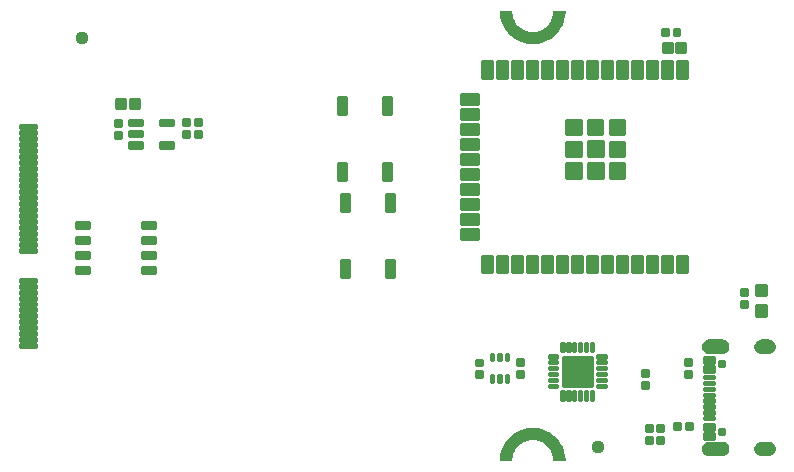
<source format=gts>
G04 EAGLE Gerber RS-274X export*
G75*
%MOMM*%
%FSLAX34Y34*%
%LPD*%
%INSoldermask Top*%
%IPPOS*%
%AMOC8*
5,1,8,0,0,1.08239X$1,22.5*%
G01*
%ADD10C,1.127000*%
%ADD11C,0.225369*%
%ADD12C,0.230578*%
%ADD13C,0.223409*%
%ADD14C,0.224709*%
%ADD15C,0.228959*%
%ADD16C,0.736600*%
%ADD17C,0.222250*%
%ADD18C,0.240928*%
%ADD19C,0.777000*%
%ADD20C,0.428259*%
%ADD21C,0.225938*%
%ADD22C,0.233119*%

G36*
X443813Y352691D02*
X443813Y352691D01*
X443823Y352695D01*
X443849Y352696D01*
X447683Y353530D01*
X447691Y353535D01*
X447717Y353540D01*
X451393Y354912D01*
X451401Y354917D01*
X451425Y354926D01*
X454869Y356807D01*
X454876Y356814D01*
X454899Y356826D01*
X458040Y359177D01*
X458046Y359185D01*
X458067Y359201D01*
X460841Y361975D01*
X460846Y361984D01*
X460865Y362002D01*
X463216Y365143D01*
X463219Y365152D01*
X463235Y365173D01*
X465116Y368617D01*
X465118Y368626D01*
X465130Y368649D01*
X466502Y372325D01*
X466502Y372335D01*
X466512Y372359D01*
X467346Y376193D01*
X467345Y376203D01*
X467351Y376229D01*
X467631Y380142D01*
X467625Y380168D01*
X467629Y380193D01*
X467611Y380235D01*
X467601Y380279D01*
X467583Y380297D01*
X467572Y380321D01*
X467534Y380346D01*
X467503Y380378D01*
X467477Y380384D01*
X467456Y380398D01*
X467382Y380409D01*
X457382Y380409D01*
X457375Y380407D01*
X457368Y380409D01*
X457309Y380388D01*
X457248Y380370D01*
X457243Y380365D01*
X457236Y380362D01*
X457198Y380312D01*
X457156Y380265D01*
X457155Y380258D01*
X457150Y380252D01*
X457134Y380180D01*
X456920Y377462D01*
X456288Y374829D01*
X455252Y372329D01*
X453838Y370021D01*
X452080Y367962D01*
X450021Y366204D01*
X447713Y364790D01*
X445213Y363754D01*
X442580Y363122D01*
X439882Y362910D01*
X437184Y363122D01*
X434551Y363754D01*
X432051Y364790D01*
X429743Y366204D01*
X427684Y367962D01*
X425926Y370021D01*
X424512Y372329D01*
X423476Y374829D01*
X422844Y377462D01*
X422630Y380180D01*
X422628Y380186D01*
X422629Y380193D01*
X422603Y380251D01*
X422581Y380310D01*
X422575Y380315D01*
X422572Y380321D01*
X422519Y380356D01*
X422469Y380394D01*
X422462Y380394D01*
X422456Y380398D01*
X422382Y380409D01*
X412382Y380409D01*
X412357Y380402D01*
X412331Y380404D01*
X412291Y380383D01*
X412248Y380370D01*
X412231Y380350D01*
X412208Y380338D01*
X412186Y380299D01*
X412156Y380265D01*
X412152Y380239D01*
X412139Y380216D01*
X412133Y380142D01*
X412413Y376229D01*
X412417Y376219D01*
X412418Y376193D01*
X413252Y372359D01*
X413257Y372351D01*
X413262Y372325D01*
X414634Y368649D01*
X414639Y368641D01*
X414648Y368617D01*
X416529Y365173D01*
X416536Y365166D01*
X416548Y365143D01*
X418899Y362002D01*
X418907Y361996D01*
X418923Y361975D01*
X421697Y359201D01*
X421706Y359196D01*
X421724Y359177D01*
X424865Y356826D01*
X424874Y356823D01*
X424895Y356807D01*
X428339Y354926D01*
X428348Y354924D01*
X428371Y354912D01*
X432047Y353540D01*
X432057Y353540D01*
X432081Y353530D01*
X435915Y352696D01*
X435925Y352697D01*
X435951Y352691D01*
X439864Y352411D01*
X439874Y352413D01*
X439900Y352411D01*
X443813Y352691D01*
G37*
G36*
X422389Y-87D02*
X422389Y-87D01*
X422396Y-89D01*
X422455Y-68D01*
X422516Y-50D01*
X422521Y-45D01*
X422528Y-42D01*
X422567Y8D01*
X422608Y55D01*
X422609Y62D01*
X422614Y68D01*
X422630Y140D01*
X422844Y2858D01*
X423476Y5491D01*
X424512Y7991D01*
X425926Y10299D01*
X427684Y12358D01*
X429743Y14116D01*
X432051Y15530D01*
X434551Y16566D01*
X437184Y17198D01*
X439882Y17410D01*
X442580Y17198D01*
X445213Y16566D01*
X447713Y15530D01*
X450021Y14116D01*
X452080Y12358D01*
X453838Y10299D01*
X455252Y7991D01*
X456288Y5491D01*
X456920Y2858D01*
X457134Y140D01*
X457136Y134D01*
X457135Y127D01*
X457161Y69D01*
X457183Y10D01*
X457189Y5D01*
X457192Y-1D01*
X457245Y-36D01*
X457295Y-74D01*
X457303Y-74D01*
X457309Y-78D01*
X457382Y-89D01*
X467382Y-89D01*
X467407Y-82D01*
X467433Y-84D01*
X467473Y-63D01*
X467516Y-50D01*
X467533Y-30D01*
X467556Y-18D01*
X467578Y21D01*
X467608Y55D01*
X467612Y81D01*
X467625Y104D01*
X467631Y178D01*
X467351Y4091D01*
X467347Y4101D01*
X467346Y4127D01*
X466512Y7961D01*
X466507Y7969D01*
X466502Y7995D01*
X465130Y11671D01*
X465125Y11679D01*
X465116Y11703D01*
X463235Y15147D01*
X463228Y15154D01*
X463216Y15177D01*
X460865Y18318D01*
X460857Y18324D01*
X460841Y18345D01*
X458067Y21119D01*
X458058Y21124D01*
X458040Y21143D01*
X454899Y23494D01*
X454890Y23497D01*
X454869Y23513D01*
X451425Y25394D01*
X451416Y25396D01*
X451393Y25408D01*
X447717Y26780D01*
X447707Y26780D01*
X447683Y26790D01*
X443849Y27624D01*
X443839Y27623D01*
X443813Y27629D01*
X439900Y27909D01*
X439890Y27907D01*
X439864Y27909D01*
X435951Y27629D01*
X435941Y27625D01*
X435915Y27624D01*
X432081Y26790D01*
X432073Y26785D01*
X432047Y26780D01*
X428371Y25408D01*
X428363Y25403D01*
X428339Y25394D01*
X424895Y23513D01*
X424888Y23506D01*
X424865Y23494D01*
X421724Y21143D01*
X421718Y21135D01*
X421697Y21119D01*
X418923Y18345D01*
X418918Y18336D01*
X418899Y18318D01*
X416548Y15177D01*
X416545Y15168D01*
X416529Y15147D01*
X414648Y11703D01*
X414646Y11694D01*
X414634Y11671D01*
X413262Y7995D01*
X413262Y7985D01*
X413252Y7961D01*
X412418Y4127D01*
X412419Y4117D01*
X412413Y4091D01*
X412133Y178D01*
X412139Y152D01*
X412135Y127D01*
X412153Y85D01*
X412163Y41D01*
X412181Y23D01*
X412192Y-1D01*
X412230Y-26D01*
X412261Y-58D01*
X412287Y-64D01*
X412309Y-78D01*
X412382Y-89D01*
X422382Y-89D01*
X422389Y-87D01*
G37*
G36*
X600675Y90494D02*
X600675Y90494D01*
X600678Y90491D01*
X601945Y90696D01*
X601951Y90702D01*
X601956Y90699D01*
X603145Y91181D01*
X603149Y91188D01*
X603155Y91186D01*
X604208Y91920D01*
X604210Y91928D01*
X604216Y91927D01*
X605079Y92877D01*
X605080Y92886D01*
X605085Y92886D01*
X605715Y94005D01*
X605714Y94013D01*
X605720Y94015D01*
X606085Y95245D01*
X606082Y95252D01*
X606086Y95255D01*
X606085Y95255D01*
X606087Y95256D01*
X606169Y96537D01*
X606167Y96541D01*
X606169Y96543D01*
X606087Y97824D01*
X606081Y97830D01*
X606085Y97835D01*
X605720Y99065D01*
X605713Y99070D01*
X605715Y99075D01*
X605085Y100194D01*
X605078Y100197D01*
X605079Y100203D01*
X604216Y101153D01*
X604208Y101154D01*
X604208Y101160D01*
X603155Y101894D01*
X603147Y101894D01*
X603145Y101899D01*
X601956Y102381D01*
X601948Y102379D01*
X601945Y102384D01*
X600678Y102589D01*
X600673Y102586D01*
X600670Y102589D01*
X588670Y102589D01*
X588666Y102586D01*
X588663Y102589D01*
X587541Y102434D01*
X587536Y102429D01*
X587532Y102432D01*
X586461Y102061D01*
X586457Y102055D01*
X586452Y102057D01*
X585475Y101484D01*
X585472Y101478D01*
X585467Y101479D01*
X584620Y100726D01*
X584618Y100719D01*
X584613Y100719D01*
X583929Y99816D01*
X583929Y99809D01*
X583924Y99808D01*
X583429Y98789D01*
X583431Y98782D01*
X583429Y98781D01*
X583426Y98780D01*
X583139Y97683D01*
X583142Y97677D01*
X583138Y97674D01*
X583071Y96543D01*
X583073Y96539D01*
X583071Y96537D01*
X583138Y95406D01*
X583143Y95401D01*
X583139Y95397D01*
X583426Y94300D01*
X583432Y94296D01*
X583429Y94291D01*
X583924Y93272D01*
X583930Y93269D01*
X583929Y93264D01*
X584613Y92361D01*
X584620Y92359D01*
X584620Y92354D01*
X585467Y91601D01*
X585474Y91601D01*
X585475Y91596D01*
X586452Y91023D01*
X586459Y91024D01*
X586461Y91019D01*
X587532Y90648D01*
X587538Y90651D01*
X587541Y90646D01*
X588663Y90491D01*
X588668Y90494D01*
X588670Y90491D01*
X600670Y90491D01*
X600675Y90494D01*
G37*
G36*
X600675Y4094D02*
X600675Y4094D01*
X600678Y4091D01*
X601945Y4296D01*
X601951Y4302D01*
X601956Y4299D01*
X603145Y4781D01*
X603149Y4788D01*
X603155Y4786D01*
X604208Y5520D01*
X604210Y5528D01*
X604216Y5527D01*
X605079Y6477D01*
X605080Y6486D01*
X605085Y6486D01*
X605715Y7605D01*
X605714Y7613D01*
X605720Y7615D01*
X606085Y8845D01*
X606082Y8852D01*
X606086Y8855D01*
X606085Y8855D01*
X606087Y8856D01*
X606169Y10137D01*
X606167Y10141D01*
X606169Y10143D01*
X606087Y11424D01*
X606081Y11430D01*
X606085Y11435D01*
X605720Y12665D01*
X605713Y12670D01*
X605715Y12675D01*
X605085Y13794D01*
X605078Y13797D01*
X605079Y13803D01*
X604216Y14753D01*
X604208Y14754D01*
X604208Y14760D01*
X603155Y15494D01*
X603147Y15494D01*
X603145Y15499D01*
X601956Y15981D01*
X601948Y15979D01*
X601945Y15984D01*
X600678Y16189D01*
X600673Y16186D01*
X600670Y16189D01*
X588670Y16189D01*
X588666Y16186D01*
X588663Y16189D01*
X587541Y16034D01*
X587536Y16029D01*
X587532Y16032D01*
X586461Y15661D01*
X586457Y15655D01*
X586452Y15657D01*
X585475Y15084D01*
X585472Y15078D01*
X585467Y15079D01*
X584620Y14326D01*
X584618Y14319D01*
X584613Y14319D01*
X583929Y13416D01*
X583929Y13409D01*
X583924Y13408D01*
X583429Y12389D01*
X583431Y12382D01*
X583429Y12381D01*
X583426Y12380D01*
X583139Y11283D01*
X583142Y11277D01*
X583138Y11274D01*
X583071Y10143D01*
X583073Y10139D01*
X583071Y10137D01*
X583138Y9006D01*
X583143Y9001D01*
X583139Y8997D01*
X583426Y7900D01*
X583432Y7896D01*
X583429Y7891D01*
X583924Y6872D01*
X583930Y6869D01*
X583929Y6864D01*
X584613Y5961D01*
X584620Y5959D01*
X584620Y5954D01*
X585467Y5201D01*
X585474Y5201D01*
X585475Y5196D01*
X586452Y4623D01*
X586459Y4624D01*
X586461Y4619D01*
X587532Y4248D01*
X587538Y4251D01*
X587541Y4246D01*
X588663Y4091D01*
X588668Y4094D01*
X588670Y4091D01*
X600670Y4091D01*
X600675Y4094D01*
G37*
G36*
X639474Y90493D02*
X639474Y90493D01*
X639476Y90491D01*
X640805Y90646D01*
X640811Y90652D01*
X640815Y90649D01*
X642076Y91096D01*
X642081Y91103D01*
X642086Y91101D01*
X643216Y91818D01*
X643219Y91825D01*
X643225Y91824D01*
X644167Y92775D01*
X644168Y92783D01*
X644174Y92783D01*
X644881Y93919D01*
X644881Y93924D01*
X644882Y93925D01*
X644881Y93927D01*
X644886Y93929D01*
X645322Y95194D01*
X645320Y95202D01*
X645325Y95205D01*
X645469Y96535D01*
X645465Y96541D01*
X645469Y96545D01*
X645359Y97711D01*
X645354Y97716D01*
X645357Y97720D01*
X645022Y98843D01*
X645016Y98847D01*
X645018Y98851D01*
X644470Y99887D01*
X644464Y99890D01*
X644465Y99895D01*
X643726Y100803D01*
X643719Y100805D01*
X643719Y100810D01*
X642817Y101557D01*
X642810Y101557D01*
X642809Y101563D01*
X641778Y102119D01*
X641771Y102118D01*
X641769Y102123D01*
X640650Y102467D01*
X640643Y102465D01*
X640640Y102469D01*
X639475Y102589D01*
X639472Y102587D01*
X639470Y102589D01*
X633470Y102589D01*
X633467Y102587D01*
X633465Y102589D01*
X632289Y102478D01*
X632284Y102473D01*
X632280Y102476D01*
X631148Y102138D01*
X631144Y102132D01*
X631139Y102134D01*
X630095Y101582D01*
X630092Y101575D01*
X630087Y101577D01*
X629171Y100831D01*
X629170Y100824D01*
X629164Y100824D01*
X628411Y99915D01*
X628411Y99907D01*
X628406Y99907D01*
X627845Y98867D01*
X627846Y98860D01*
X627841Y98858D01*
X627494Y97729D01*
X627496Y97723D01*
X627492Y97720D01*
X627371Y96545D01*
X627375Y96538D01*
X627371Y96534D01*
X627528Y95194D01*
X627533Y95188D01*
X627530Y95183D01*
X627981Y93912D01*
X627988Y93907D01*
X627986Y93902D01*
X628708Y92763D01*
X628716Y92760D01*
X628715Y92754D01*
X629673Y91804D01*
X629681Y91803D01*
X629682Y91797D01*
X630827Y91084D01*
X630836Y91085D01*
X630837Y91079D01*
X632113Y90639D01*
X632120Y90641D01*
X632122Y90639D01*
X632123Y90637D01*
X633465Y90491D01*
X633468Y90493D01*
X633470Y90491D01*
X639470Y90491D01*
X639474Y90493D01*
G37*
G36*
X639474Y4093D02*
X639474Y4093D01*
X639476Y4091D01*
X640805Y4246D01*
X640811Y4252D01*
X640815Y4249D01*
X642076Y4696D01*
X642081Y4703D01*
X642086Y4701D01*
X643216Y5418D01*
X643219Y5425D01*
X643225Y5424D01*
X644167Y6375D01*
X644168Y6383D01*
X644174Y6383D01*
X644881Y7519D01*
X644881Y7524D01*
X644882Y7525D01*
X644881Y7527D01*
X644886Y7529D01*
X645322Y8794D01*
X645320Y8802D01*
X645325Y8805D01*
X645469Y10135D01*
X645465Y10141D01*
X645469Y10145D01*
X645359Y11311D01*
X645354Y11316D01*
X645357Y11320D01*
X645022Y12443D01*
X645016Y12447D01*
X645018Y12451D01*
X644470Y13487D01*
X644464Y13490D01*
X644465Y13495D01*
X643726Y14403D01*
X643719Y14405D01*
X643719Y14410D01*
X642817Y15157D01*
X642810Y15157D01*
X642809Y15163D01*
X641778Y15719D01*
X641771Y15718D01*
X641769Y15723D01*
X640650Y16067D01*
X640643Y16065D01*
X640640Y16069D01*
X639475Y16189D01*
X639472Y16187D01*
X639470Y16189D01*
X633470Y16189D01*
X633467Y16187D01*
X633465Y16189D01*
X632289Y16078D01*
X632284Y16073D01*
X632280Y16076D01*
X631148Y15738D01*
X631144Y15732D01*
X631139Y15734D01*
X630095Y15182D01*
X630092Y15175D01*
X630087Y15177D01*
X629171Y14431D01*
X629170Y14424D01*
X629164Y14424D01*
X628411Y13515D01*
X628411Y13507D01*
X628406Y13507D01*
X627845Y12467D01*
X627846Y12460D01*
X627841Y12458D01*
X627494Y11329D01*
X627496Y11323D01*
X627492Y11320D01*
X627371Y10145D01*
X627375Y10138D01*
X627371Y10134D01*
X627528Y8794D01*
X627533Y8788D01*
X627530Y8783D01*
X627981Y7512D01*
X627988Y7507D01*
X627986Y7502D01*
X628708Y6363D01*
X628716Y6360D01*
X628715Y6354D01*
X629673Y5404D01*
X629681Y5403D01*
X629682Y5397D01*
X630827Y4684D01*
X630836Y4685D01*
X630837Y4679D01*
X632113Y4239D01*
X632120Y4241D01*
X632122Y4239D01*
X632123Y4237D01*
X633465Y4091D01*
X633468Y4093D01*
X633470Y4091D01*
X639470Y4091D01*
X639474Y4093D01*
G37*
D10*
X58420Y358140D03*
X495046Y11176D03*
D11*
X396716Y70567D02*
X396716Y75583D01*
X396716Y70567D02*
X391700Y70567D01*
X391700Y75583D01*
X396716Y75583D01*
X396716Y72708D02*
X391700Y72708D01*
X391700Y74849D02*
X396716Y74849D01*
X396716Y80567D02*
X396716Y85583D01*
X396716Y80567D02*
X391700Y80567D01*
X391700Y85583D01*
X396716Y85583D01*
X396716Y82708D02*
X391700Y82708D01*
X391700Y84849D02*
X396716Y84849D01*
X426752Y85837D02*
X426752Y80821D01*
X426752Y85837D02*
X431768Y85837D01*
X431768Y80821D01*
X426752Y80821D01*
X426752Y82962D02*
X431768Y82962D01*
X431768Y85103D02*
X426752Y85103D01*
X426752Y75837D02*
X426752Y70821D01*
X426752Y75837D02*
X431768Y75837D01*
X431768Y70821D01*
X426752Y70821D01*
X426752Y72962D02*
X431768Y72962D01*
X431768Y75103D02*
X426752Y75103D01*
D12*
X419216Y85101D02*
X417252Y85101D01*
X417252Y90665D01*
X419216Y90665D01*
X419216Y85101D01*
X419216Y87292D02*
X417252Y87292D01*
X417252Y89483D02*
X419216Y89483D01*
X412716Y72265D02*
X410752Y72265D01*
X412716Y72265D02*
X412716Y66701D01*
X410752Y66701D01*
X410752Y72265D01*
X410752Y68892D02*
X412716Y68892D01*
X412716Y71083D02*
X410752Y71083D01*
X406216Y72265D02*
X404252Y72265D01*
X406216Y72265D02*
X406216Y66701D01*
X404252Y66701D01*
X404252Y72265D01*
X404252Y68892D02*
X406216Y68892D01*
X406216Y71083D02*
X404252Y71083D01*
X417252Y72265D02*
X419216Y72265D01*
X419216Y66701D01*
X417252Y66701D01*
X417252Y72265D01*
X417252Y68892D02*
X419216Y68892D01*
X419216Y71083D02*
X417252Y71083D01*
X412716Y85101D02*
X410752Y85101D01*
X410752Y90665D01*
X412716Y90665D01*
X412716Y85101D01*
X412716Y87292D02*
X410752Y87292D01*
X410752Y89483D02*
X412716Y89483D01*
X406216Y85101D02*
X404252Y85101D01*
X404252Y90665D01*
X406216Y90665D01*
X406216Y85101D01*
X406216Y87292D02*
X404252Y87292D01*
X404252Y89483D02*
X406216Y89483D01*
D11*
X153702Y284432D02*
X153702Y289448D01*
X158718Y289448D01*
X158718Y284432D01*
X153702Y284432D01*
X153702Y286573D02*
X158718Y286573D01*
X158718Y288714D02*
X153702Y288714D01*
X153702Y279448D02*
X153702Y274432D01*
X153702Y279448D02*
X158718Y279448D01*
X158718Y274432D01*
X153702Y274432D01*
X153702Y276573D02*
X158718Y276573D01*
X158718Y278714D02*
X153702Y278714D01*
X148558Y279448D02*
X148558Y274432D01*
X143542Y274432D01*
X143542Y279448D01*
X148558Y279448D01*
X148558Y276573D02*
X143542Y276573D01*
X143542Y278714D02*
X148558Y278714D01*
X148558Y284432D02*
X148558Y289448D01*
X148558Y284432D02*
X143542Y284432D01*
X143542Y289448D01*
X148558Y289448D01*
X148558Y286573D02*
X143542Y286573D01*
X143542Y288714D02*
X148558Y288714D01*
D13*
X98321Y288628D02*
X98321Y284092D01*
X98321Y288628D02*
X109357Y288628D01*
X109357Y284092D01*
X98321Y284092D01*
X98321Y286214D02*
X109357Y286214D01*
X109357Y288336D02*
X98321Y288336D01*
X98321Y279128D02*
X98321Y274592D01*
X98321Y279128D02*
X109357Y279128D01*
X109357Y274592D01*
X98321Y274592D01*
X98321Y276714D02*
X109357Y276714D01*
X109357Y278836D02*
X98321Y278836D01*
X98321Y269628D02*
X98321Y265092D01*
X98321Y269628D02*
X109357Y269628D01*
X109357Y265092D01*
X98321Y265092D01*
X98321Y267214D02*
X109357Y267214D01*
X109357Y269336D02*
X98321Y269336D01*
X124323Y269628D02*
X124323Y265092D01*
X124323Y269628D02*
X135359Y269628D01*
X135359Y265092D01*
X124323Y265092D01*
X124323Y267214D02*
X135359Y267214D01*
X135359Y269336D02*
X124323Y269336D01*
X124323Y284092D02*
X124323Y288628D01*
X135359Y288628D01*
X135359Y284092D01*
X124323Y284092D01*
X124323Y286214D02*
X135359Y286214D01*
X135359Y288336D02*
X124323Y288336D01*
D11*
X86392Y288178D02*
X86392Y283162D01*
X86392Y288178D02*
X91408Y288178D01*
X91408Y283162D01*
X86392Y283162D01*
X86392Y285303D02*
X91408Y285303D01*
X91408Y287444D02*
X86392Y287444D01*
X86392Y278178D02*
X86392Y273162D01*
X86392Y278178D02*
X91408Y278178D01*
X91408Y273162D01*
X86392Y273162D01*
X86392Y275303D02*
X91408Y275303D01*
X91408Y277444D02*
X86392Y277444D01*
D14*
X98558Y306272D02*
X106082Y306272D01*
X106082Y298248D01*
X98558Y298248D01*
X98558Y306272D01*
X98558Y300383D02*
X106082Y300383D01*
X106082Y302518D02*
X98558Y302518D01*
X98558Y304653D02*
X106082Y304653D01*
X94482Y306272D02*
X86958Y306272D01*
X94482Y306272D02*
X94482Y298248D01*
X86958Y298248D01*
X86958Y306272D01*
X86958Y300383D02*
X94482Y300383D01*
X94482Y302518D02*
X86958Y302518D01*
X86958Y304653D02*
X94482Y304653D01*
D15*
X19372Y98900D02*
X19372Y96420D01*
X5892Y96420D01*
X5892Y98900D01*
X19372Y98900D01*
X19372Y98595D02*
X5892Y98595D01*
X19372Y101420D02*
X19372Y103900D01*
X19372Y101420D02*
X5892Y101420D01*
X5892Y103900D01*
X19372Y103900D01*
X19372Y103595D02*
X5892Y103595D01*
X19372Y106420D02*
X19372Y108900D01*
X19372Y106420D02*
X5892Y106420D01*
X5892Y108900D01*
X19372Y108900D01*
X19372Y108595D02*
X5892Y108595D01*
X19372Y111420D02*
X19372Y113900D01*
X19372Y111420D02*
X5892Y111420D01*
X5892Y113900D01*
X19372Y113900D01*
X19372Y113595D02*
X5892Y113595D01*
X19372Y116420D02*
X19372Y118900D01*
X19372Y116420D02*
X5892Y116420D01*
X5892Y118900D01*
X19372Y118900D01*
X19372Y118595D02*
X5892Y118595D01*
X19372Y121420D02*
X19372Y123900D01*
X19372Y121420D02*
X5892Y121420D01*
X5892Y123900D01*
X19372Y123900D01*
X19372Y123595D02*
X5892Y123595D01*
X19372Y126420D02*
X19372Y128900D01*
X19372Y126420D02*
X5892Y126420D01*
X5892Y128900D01*
X19372Y128900D01*
X19372Y128595D02*
X5892Y128595D01*
X19372Y131420D02*
X19372Y133900D01*
X19372Y131420D02*
X5892Y131420D01*
X5892Y133900D01*
X19372Y133900D01*
X19372Y133595D02*
X5892Y133595D01*
X19372Y136420D02*
X19372Y138900D01*
X19372Y136420D02*
X5892Y136420D01*
X5892Y138900D01*
X19372Y138900D01*
X19372Y138595D02*
X5892Y138595D01*
X19372Y141420D02*
X19372Y143900D01*
X19372Y141420D02*
X5892Y141420D01*
X5892Y143900D01*
X19372Y143900D01*
X19372Y143595D02*
X5892Y143595D01*
X19372Y146420D02*
X19372Y148900D01*
X19372Y146420D02*
X5892Y146420D01*
X5892Y148900D01*
X19372Y148900D01*
X19372Y148595D02*
X5892Y148595D01*
X19372Y151420D02*
X19372Y153900D01*
X19372Y151420D02*
X5892Y151420D01*
X5892Y153900D01*
X19372Y153900D01*
X19372Y153595D02*
X5892Y153595D01*
X19372Y176420D02*
X19372Y178900D01*
X19372Y176420D02*
X5892Y176420D01*
X5892Y178900D01*
X19372Y178900D01*
X19372Y178595D02*
X5892Y178595D01*
X19372Y181420D02*
X19372Y183900D01*
X19372Y181420D02*
X5892Y181420D01*
X5892Y183900D01*
X19372Y183900D01*
X19372Y183595D02*
X5892Y183595D01*
X19372Y186420D02*
X19372Y188900D01*
X19372Y186420D02*
X5892Y186420D01*
X5892Y188900D01*
X19372Y188900D01*
X19372Y188595D02*
X5892Y188595D01*
X19372Y191420D02*
X19372Y193900D01*
X19372Y191420D02*
X5892Y191420D01*
X5892Y193900D01*
X19372Y193900D01*
X19372Y193595D02*
X5892Y193595D01*
X19372Y196420D02*
X19372Y198900D01*
X19372Y196420D02*
X5892Y196420D01*
X5892Y198900D01*
X19372Y198900D01*
X19372Y198595D02*
X5892Y198595D01*
X19372Y201420D02*
X19372Y203900D01*
X19372Y201420D02*
X5892Y201420D01*
X5892Y203900D01*
X19372Y203900D01*
X19372Y203595D02*
X5892Y203595D01*
X19372Y206420D02*
X19372Y208900D01*
X19372Y206420D02*
X5892Y206420D01*
X5892Y208900D01*
X19372Y208900D01*
X19372Y208595D02*
X5892Y208595D01*
X19372Y211420D02*
X19372Y213900D01*
X19372Y211420D02*
X5892Y211420D01*
X5892Y213900D01*
X19372Y213900D01*
X19372Y213595D02*
X5892Y213595D01*
X19372Y216420D02*
X19372Y218900D01*
X19372Y216420D02*
X5892Y216420D01*
X5892Y218900D01*
X19372Y218900D01*
X19372Y218595D02*
X5892Y218595D01*
X19372Y221420D02*
X19372Y223900D01*
X19372Y221420D02*
X5892Y221420D01*
X5892Y223900D01*
X19372Y223900D01*
X19372Y223595D02*
X5892Y223595D01*
X19372Y226420D02*
X19372Y228900D01*
X19372Y226420D02*
X5892Y226420D01*
X5892Y228900D01*
X19372Y228900D01*
X19372Y228595D02*
X5892Y228595D01*
X19372Y231420D02*
X19372Y233900D01*
X19372Y231420D02*
X5892Y231420D01*
X5892Y233900D01*
X19372Y233900D01*
X19372Y233595D02*
X5892Y233595D01*
X19372Y236420D02*
X19372Y238900D01*
X19372Y236420D02*
X5892Y236420D01*
X5892Y238900D01*
X19372Y238900D01*
X19372Y238595D02*
X5892Y238595D01*
X19372Y241420D02*
X19372Y243900D01*
X19372Y241420D02*
X5892Y241420D01*
X5892Y243900D01*
X19372Y243900D01*
X19372Y243595D02*
X5892Y243595D01*
X19372Y246420D02*
X19372Y248900D01*
X19372Y246420D02*
X5892Y246420D01*
X5892Y248900D01*
X19372Y248900D01*
X19372Y248595D02*
X5892Y248595D01*
X19372Y251420D02*
X19372Y253900D01*
X19372Y251420D02*
X5892Y251420D01*
X5892Y253900D01*
X19372Y253900D01*
X19372Y253595D02*
X5892Y253595D01*
X19372Y256420D02*
X19372Y258900D01*
X19372Y256420D02*
X5892Y256420D01*
X5892Y258900D01*
X19372Y258900D01*
X19372Y258595D02*
X5892Y258595D01*
X19372Y261420D02*
X19372Y263900D01*
X19372Y261420D02*
X5892Y261420D01*
X5892Y263900D01*
X19372Y263900D01*
X19372Y263595D02*
X5892Y263595D01*
X19372Y266420D02*
X19372Y268900D01*
X19372Y266420D02*
X5892Y266420D01*
X5892Y268900D01*
X19372Y268900D01*
X19372Y268595D02*
X5892Y268595D01*
X19372Y271420D02*
X19372Y273900D01*
X19372Y271420D02*
X5892Y271420D01*
X5892Y273900D01*
X19372Y273900D01*
X19372Y273595D02*
X5892Y273595D01*
X19372Y276420D02*
X19372Y278900D01*
X19372Y276420D02*
X5892Y276420D01*
X5892Y278900D01*
X19372Y278900D01*
X19372Y278595D02*
X5892Y278595D01*
X19372Y281420D02*
X19372Y283900D01*
X19372Y281420D02*
X5892Y281420D01*
X5892Y283900D01*
X19372Y283900D01*
X19372Y283595D02*
X5892Y283595D01*
D16*
X460882Y10160D03*
X418882Y10160D03*
X439882Y23160D03*
X418882Y370160D03*
X460882Y370160D03*
X439882Y357160D03*
D11*
X559006Y365220D02*
X564022Y365220D01*
X564022Y360204D01*
X559006Y360204D01*
X559006Y365220D01*
X559006Y362345D02*
X564022Y362345D01*
X564022Y364486D02*
X559006Y364486D01*
X554022Y365220D02*
X549006Y365220D01*
X554022Y365220D02*
X554022Y360204D01*
X549006Y360204D01*
X549006Y365220D01*
X549006Y362345D02*
X554022Y362345D01*
X554022Y364486D02*
X549006Y364486D01*
D17*
X322104Y211296D02*
X315436Y211296D01*
X315436Y225584D01*
X322104Y225584D01*
X322104Y211296D01*
X322104Y213408D02*
X315436Y213408D01*
X315436Y215520D02*
X322104Y215520D01*
X322104Y217632D02*
X315436Y217632D01*
X315436Y219744D02*
X322104Y219744D01*
X322104Y221856D02*
X315436Y221856D01*
X315436Y223968D02*
X322104Y223968D01*
X322104Y155416D02*
X315436Y155416D01*
X315436Y169704D01*
X322104Y169704D01*
X322104Y155416D01*
X322104Y157528D02*
X315436Y157528D01*
X315436Y159640D02*
X322104Y159640D01*
X322104Y161752D02*
X315436Y161752D01*
X315436Y163864D02*
X322104Y163864D01*
X322104Y165976D02*
X315436Y165976D01*
X315436Y168088D02*
X322104Y168088D01*
X284004Y211296D02*
X277336Y211296D01*
X277336Y225584D01*
X284004Y225584D01*
X284004Y211296D01*
X284004Y213408D02*
X277336Y213408D01*
X277336Y215520D02*
X284004Y215520D01*
X284004Y217632D02*
X277336Y217632D01*
X277336Y219744D02*
X284004Y219744D01*
X284004Y221856D02*
X277336Y221856D01*
X277336Y223968D02*
X284004Y223968D01*
X284004Y155416D02*
X277336Y155416D01*
X277336Y169704D01*
X284004Y169704D01*
X284004Y155416D01*
X284004Y157528D02*
X277336Y157528D01*
X277336Y159640D02*
X284004Y159640D01*
X284004Y161752D02*
X277336Y161752D01*
X277336Y163864D02*
X284004Y163864D01*
X284004Y165976D02*
X277336Y165976D01*
X277336Y168088D02*
X284004Y168088D01*
D12*
X453214Y64248D02*
X453214Y62284D01*
X453214Y64248D02*
X460678Y64248D01*
X460678Y62284D01*
X453214Y62284D01*
X453214Y67284D02*
X453214Y69248D01*
X460678Y69248D01*
X460678Y67284D01*
X453214Y67284D01*
X453214Y72284D02*
X453214Y74248D01*
X460678Y74248D01*
X460678Y72284D01*
X453214Y72284D01*
X453214Y77284D02*
X453214Y79248D01*
X460678Y79248D01*
X460678Y77284D01*
X453214Y77284D01*
X453214Y82284D02*
X453214Y84248D01*
X460678Y84248D01*
X460678Y82284D01*
X453214Y82284D01*
X453214Y87284D02*
X453214Y89248D01*
X460678Y89248D01*
X460678Y87284D01*
X453214Y87284D01*
X463964Y99998D02*
X465928Y99998D01*
X465928Y92534D01*
X463964Y92534D01*
X463964Y99998D01*
X463964Y94725D02*
X465928Y94725D01*
X465928Y96916D02*
X463964Y96916D01*
X463964Y99107D02*
X465928Y99107D01*
X468964Y99998D02*
X470928Y99998D01*
X470928Y92534D01*
X468964Y92534D01*
X468964Y99998D01*
X468964Y94725D02*
X470928Y94725D01*
X470928Y96916D02*
X468964Y96916D01*
X468964Y99107D02*
X470928Y99107D01*
X473964Y99998D02*
X475928Y99998D01*
X475928Y92534D01*
X473964Y92534D01*
X473964Y99998D01*
X473964Y94725D02*
X475928Y94725D01*
X475928Y96916D02*
X473964Y96916D01*
X473964Y99107D02*
X475928Y99107D01*
X478964Y99998D02*
X480928Y99998D01*
X480928Y92534D01*
X478964Y92534D01*
X478964Y99998D01*
X478964Y94725D02*
X480928Y94725D01*
X480928Y96916D02*
X478964Y96916D01*
X478964Y99107D02*
X480928Y99107D01*
X483964Y99998D02*
X485928Y99998D01*
X485928Y92534D01*
X483964Y92534D01*
X483964Y99998D01*
X483964Y94725D02*
X485928Y94725D01*
X485928Y96916D02*
X483964Y96916D01*
X483964Y99107D02*
X485928Y99107D01*
X488964Y99998D02*
X490928Y99998D01*
X490928Y92534D01*
X488964Y92534D01*
X488964Y99998D01*
X488964Y94725D02*
X490928Y94725D01*
X490928Y96916D02*
X488964Y96916D01*
X488964Y99107D02*
X490928Y99107D01*
X490928Y51534D02*
X488964Y51534D01*
X488964Y58998D01*
X490928Y58998D01*
X490928Y51534D01*
X490928Y53725D02*
X488964Y53725D01*
X488964Y55916D02*
X490928Y55916D01*
X490928Y58107D02*
X488964Y58107D01*
X485928Y51534D02*
X483964Y51534D01*
X483964Y58998D01*
X485928Y58998D01*
X485928Y51534D01*
X485928Y53725D02*
X483964Y53725D01*
X483964Y55916D02*
X485928Y55916D01*
X485928Y58107D02*
X483964Y58107D01*
X480928Y51534D02*
X478964Y51534D01*
X478964Y58998D01*
X480928Y58998D01*
X480928Y51534D01*
X480928Y53725D02*
X478964Y53725D01*
X478964Y55916D02*
X480928Y55916D01*
X480928Y58107D02*
X478964Y58107D01*
X475928Y51534D02*
X473964Y51534D01*
X473964Y58998D01*
X475928Y58998D01*
X475928Y51534D01*
X475928Y53725D02*
X473964Y53725D01*
X473964Y55916D02*
X475928Y55916D01*
X475928Y58107D02*
X473964Y58107D01*
X470928Y51534D02*
X468964Y51534D01*
X468964Y58998D01*
X470928Y58998D01*
X470928Y51534D01*
X470928Y53725D02*
X468964Y53725D01*
X468964Y55916D02*
X470928Y55916D01*
X470928Y58107D02*
X468964Y58107D01*
X465928Y51534D02*
X463964Y51534D01*
X463964Y58998D01*
X465928Y58998D01*
X465928Y51534D01*
X465928Y53725D02*
X463964Y53725D01*
X463964Y55916D02*
X465928Y55916D01*
X465928Y58107D02*
X463964Y58107D01*
X501678Y87284D02*
X501678Y89248D01*
X501678Y87284D02*
X494214Y87284D01*
X494214Y89248D01*
X501678Y89248D01*
X501678Y84248D02*
X501678Y82284D01*
X494214Y82284D01*
X494214Y84248D01*
X501678Y84248D01*
X501678Y79248D02*
X501678Y77284D01*
X494214Y77284D01*
X494214Y79248D01*
X501678Y79248D01*
X501678Y74248D02*
X501678Y72284D01*
X494214Y72284D01*
X494214Y74248D01*
X501678Y74248D01*
X501678Y69248D02*
X501678Y67284D01*
X494214Y67284D01*
X494214Y69248D01*
X501678Y69248D01*
X501678Y64248D02*
X501678Y62284D01*
X494214Y62284D01*
X494214Y64248D01*
X501678Y64248D01*
D18*
X489627Y63585D02*
X489627Y87947D01*
X489627Y63585D02*
X465265Y63585D01*
X465265Y87947D01*
X489627Y87947D01*
X489627Y65874D02*
X465265Y65874D01*
X465265Y68163D02*
X489627Y68163D01*
X489627Y70452D02*
X465265Y70452D01*
X465265Y72741D02*
X489627Y72741D01*
X489627Y75030D02*
X465265Y75030D01*
X465265Y77319D02*
X489627Y77319D01*
X489627Y79608D02*
X465265Y79608D01*
X465265Y81897D02*
X489627Y81897D01*
X489627Y84186D02*
X465265Y84186D01*
X465265Y86475D02*
X489627Y86475D01*
D11*
X532162Y76596D02*
X532162Y71580D01*
X532162Y76596D02*
X537178Y76596D01*
X537178Y71580D01*
X532162Y71580D01*
X532162Y73721D02*
X537178Y73721D01*
X537178Y75862D02*
X532162Y75862D01*
X532162Y66596D02*
X532162Y61580D01*
X532162Y66596D02*
X537178Y66596D01*
X537178Y61580D01*
X532162Y61580D01*
X532162Y63721D02*
X537178Y63721D01*
X537178Y65862D02*
X532162Y65862D01*
D12*
X593352Y61822D02*
X593352Y59858D01*
X584388Y59858D01*
X584388Y61822D01*
X593352Y61822D01*
X593352Y56822D02*
X593352Y54858D01*
X584388Y54858D01*
X584388Y56822D01*
X593352Y56822D01*
D11*
X593378Y83082D02*
X593378Y88098D01*
X593378Y83082D02*
X584362Y83082D01*
X584362Y88098D01*
X593378Y88098D01*
X593378Y85223D02*
X584362Y85223D01*
X584362Y87364D02*
X593378Y87364D01*
X593378Y80348D02*
X593378Y75332D01*
X584362Y75332D01*
X584362Y80348D01*
X593378Y80348D01*
X593378Y77473D02*
X584362Y77473D01*
X584362Y79614D02*
X593378Y79614D01*
D12*
X593352Y71822D02*
X593352Y69858D01*
X584388Y69858D01*
X584388Y71822D01*
X593352Y71822D01*
X593352Y66822D02*
X593352Y64858D01*
X584388Y64858D01*
X584388Y66822D01*
X593352Y66822D01*
X584388Y46822D02*
X584388Y44858D01*
X584388Y46822D02*
X593352Y46822D01*
X593352Y44858D01*
X584388Y44858D01*
X584388Y49858D02*
X584388Y51822D01*
X593352Y51822D01*
X593352Y49858D01*
X584388Y49858D01*
D11*
X584362Y23598D02*
X584362Y18582D01*
X584362Y23598D02*
X593378Y23598D01*
X593378Y18582D01*
X584362Y18582D01*
X584362Y20723D02*
X593378Y20723D01*
X593378Y22864D02*
X584362Y22864D01*
X584362Y26332D02*
X584362Y31348D01*
X593378Y31348D01*
X593378Y26332D01*
X584362Y26332D01*
X584362Y28473D02*
X593378Y28473D01*
X593378Y30614D02*
X584362Y30614D01*
D12*
X584388Y34858D02*
X584388Y36822D01*
X593352Y36822D01*
X593352Y34858D01*
X584388Y34858D01*
X584388Y39858D02*
X584388Y41822D01*
X593352Y41822D01*
X593352Y39858D01*
X584388Y39858D01*
D19*
X599920Y24440D03*
X599920Y82240D03*
D11*
X564690Y26448D02*
X559674Y26448D01*
X559674Y31464D01*
X564690Y31464D01*
X564690Y26448D01*
X564690Y28589D02*
X559674Y28589D01*
X559674Y30730D02*
X564690Y30730D01*
X569674Y26448D02*
X574690Y26448D01*
X569674Y26448D02*
X569674Y31464D01*
X574690Y31464D01*
X574690Y26448D01*
X574690Y28589D02*
X569674Y28589D01*
X569674Y30730D02*
X574690Y30730D01*
X568992Y80724D02*
X568992Y85740D01*
X574008Y85740D01*
X574008Y80724D01*
X568992Y80724D01*
X568992Y82865D02*
X574008Y82865D01*
X574008Y85006D02*
X568992Y85006D01*
X568992Y75740D02*
X568992Y70724D01*
X568992Y75740D02*
X574008Y75740D01*
X574008Y70724D01*
X568992Y70724D01*
X568992Y72865D02*
X574008Y72865D01*
X574008Y75006D02*
X568992Y75006D01*
D17*
X281972Y252000D02*
X275304Y252000D01*
X281972Y252000D02*
X281972Y237712D01*
X275304Y237712D01*
X275304Y252000D01*
X275304Y239824D02*
X281972Y239824D01*
X281972Y241936D02*
X275304Y241936D01*
X275304Y244048D02*
X281972Y244048D01*
X281972Y246160D02*
X275304Y246160D01*
X275304Y248272D02*
X281972Y248272D01*
X281972Y250384D02*
X275304Y250384D01*
X275304Y307880D02*
X281972Y307880D01*
X281972Y293592D01*
X275304Y293592D01*
X275304Y307880D01*
X275304Y295704D02*
X281972Y295704D01*
X281972Y297816D02*
X275304Y297816D01*
X275304Y299928D02*
X281972Y299928D01*
X281972Y302040D02*
X275304Y302040D01*
X275304Y304152D02*
X281972Y304152D01*
X281972Y306264D02*
X275304Y306264D01*
X313404Y252000D02*
X320072Y252000D01*
X320072Y237712D01*
X313404Y237712D01*
X313404Y252000D01*
X313404Y239824D02*
X320072Y239824D01*
X320072Y241936D02*
X313404Y241936D01*
X313404Y244048D02*
X320072Y244048D01*
X320072Y246160D02*
X313404Y246160D01*
X313404Y248272D02*
X320072Y248272D01*
X320072Y250384D02*
X313404Y250384D01*
X313404Y307880D02*
X320072Y307880D01*
X320072Y293592D01*
X313404Y293592D01*
X313404Y307880D01*
X313404Y295704D02*
X320072Y295704D01*
X320072Y297816D02*
X313404Y297816D01*
X313404Y299928D02*
X320072Y299928D01*
X320072Y302040D02*
X313404Y302040D01*
X313404Y304152D02*
X320072Y304152D01*
X320072Y306264D02*
X313404Y306264D01*
D14*
X549746Y346000D02*
X557270Y346000D01*
X549746Y346000D02*
X549746Y354024D01*
X557270Y354024D01*
X557270Y346000D01*
X557270Y348135D02*
X549746Y348135D01*
X549746Y350270D02*
X557270Y350270D01*
X557270Y352405D02*
X549746Y352405D01*
X561346Y346000D02*
X568870Y346000D01*
X561346Y346000D02*
X561346Y354024D01*
X568870Y354024D01*
X568870Y346000D01*
X568870Y348135D02*
X561346Y348135D01*
X561346Y350270D02*
X568870Y350270D01*
X568870Y352405D02*
X561346Y352405D01*
D11*
X550386Y19860D02*
X550386Y14844D01*
X545370Y14844D01*
X545370Y19860D01*
X550386Y19860D01*
X550386Y16985D02*
X545370Y16985D01*
X545370Y19126D02*
X550386Y19126D01*
X550386Y24844D02*
X550386Y29860D01*
X550386Y24844D02*
X545370Y24844D01*
X545370Y29860D01*
X550386Y29860D01*
X550386Y26985D02*
X545370Y26985D01*
X545370Y29126D02*
X550386Y29126D01*
X540480Y19860D02*
X540480Y14844D01*
X535464Y14844D01*
X535464Y19860D01*
X540480Y19860D01*
X540480Y16985D02*
X535464Y16985D01*
X535464Y19126D02*
X540480Y19126D01*
X540480Y24844D02*
X540480Y29860D01*
X540480Y24844D02*
X535464Y24844D01*
X535464Y29860D01*
X540480Y29860D01*
X540480Y26985D02*
X535464Y26985D01*
X535464Y29126D02*
X540480Y29126D01*
X615982Y139906D02*
X615982Y144922D01*
X620998Y144922D01*
X620998Y139906D01*
X615982Y139906D01*
X615982Y142047D02*
X620998Y142047D01*
X620998Y144188D02*
X615982Y144188D01*
X615982Y134922D02*
X615982Y129906D01*
X615982Y134922D02*
X620998Y134922D01*
X620998Y129906D01*
X615982Y129906D01*
X615982Y132047D02*
X620998Y132047D01*
X620998Y134188D02*
X615982Y134188D01*
D20*
X629474Y130614D02*
X636462Y130614D01*
X636462Y123626D01*
X629474Y123626D01*
X629474Y130614D01*
X629474Y127695D02*
X636462Y127695D01*
X636462Y148154D02*
X629474Y148154D01*
X636462Y148154D02*
X636462Y141166D01*
X629474Y141166D01*
X629474Y148154D01*
X629474Y145235D02*
X636462Y145235D01*
D11*
X52852Y196882D02*
X52852Y201898D01*
X63868Y201898D01*
X63868Y196882D01*
X52852Y196882D01*
X52852Y199023D02*
X63868Y199023D01*
X63868Y201164D02*
X52852Y201164D01*
X52852Y189198D02*
X52852Y184182D01*
X52852Y189198D02*
X63868Y189198D01*
X63868Y184182D01*
X52852Y184182D01*
X52852Y186323D02*
X63868Y186323D01*
X63868Y188464D02*
X52852Y188464D01*
X52852Y176498D02*
X52852Y171482D01*
X52852Y176498D02*
X63868Y176498D01*
X63868Y171482D01*
X52852Y171482D01*
X52852Y173623D02*
X63868Y173623D01*
X63868Y175764D02*
X52852Y175764D01*
X52852Y163798D02*
X52852Y158782D01*
X52852Y163798D02*
X63868Y163798D01*
X63868Y158782D01*
X52852Y158782D01*
X52852Y160923D02*
X63868Y160923D01*
X63868Y163064D02*
X52852Y163064D01*
X108852Y163798D02*
X108852Y158782D01*
X108852Y163798D02*
X119868Y163798D01*
X119868Y158782D01*
X108852Y158782D01*
X108852Y160923D02*
X119868Y160923D01*
X119868Y163064D02*
X108852Y163064D01*
X108852Y171482D02*
X108852Y176498D01*
X119868Y176498D01*
X119868Y171482D01*
X108852Y171482D01*
X108852Y173623D02*
X119868Y173623D01*
X119868Y175764D02*
X108852Y175764D01*
X108852Y184182D02*
X108852Y189198D01*
X119868Y189198D01*
X119868Y184182D01*
X108852Y184182D01*
X108852Y186323D02*
X119868Y186323D01*
X119868Y188464D02*
X108852Y188464D01*
X108852Y196882D02*
X108852Y201898D01*
X119868Y201898D01*
X119868Y196882D01*
X108852Y196882D01*
X108852Y199023D02*
X119868Y199023D01*
X119868Y201164D02*
X108852Y201164D01*
D21*
X562198Y324294D02*
X570210Y324294D01*
X562198Y324294D02*
X562198Y338306D01*
X570210Y338306D01*
X570210Y324294D01*
X570210Y326440D02*
X562198Y326440D01*
X562198Y328586D02*
X570210Y328586D01*
X570210Y330732D02*
X562198Y330732D01*
X562198Y332878D02*
X570210Y332878D01*
X570210Y335024D02*
X562198Y335024D01*
X562198Y337170D02*
X570210Y337170D01*
X557510Y324294D02*
X549498Y324294D01*
X549498Y338306D01*
X557510Y338306D01*
X557510Y324294D01*
X557510Y326440D02*
X549498Y326440D01*
X549498Y328586D02*
X557510Y328586D01*
X557510Y330732D02*
X549498Y330732D01*
X549498Y332878D02*
X557510Y332878D01*
X557510Y335024D02*
X549498Y335024D01*
X549498Y337170D02*
X557510Y337170D01*
X544810Y324294D02*
X536798Y324294D01*
X536798Y338306D01*
X544810Y338306D01*
X544810Y324294D01*
X544810Y326440D02*
X536798Y326440D01*
X536798Y328586D02*
X544810Y328586D01*
X544810Y330732D02*
X536798Y330732D01*
X536798Y332878D02*
X544810Y332878D01*
X544810Y335024D02*
X536798Y335024D01*
X536798Y337170D02*
X544810Y337170D01*
X532110Y324294D02*
X524098Y324294D01*
X524098Y338306D01*
X532110Y338306D01*
X532110Y324294D01*
X532110Y326440D02*
X524098Y326440D01*
X524098Y328586D02*
X532110Y328586D01*
X532110Y330732D02*
X524098Y330732D01*
X524098Y332878D02*
X532110Y332878D01*
X532110Y335024D02*
X524098Y335024D01*
X524098Y337170D02*
X532110Y337170D01*
X519410Y324294D02*
X511398Y324294D01*
X511398Y338306D01*
X519410Y338306D01*
X519410Y324294D01*
X519410Y326440D02*
X511398Y326440D01*
X511398Y328586D02*
X519410Y328586D01*
X519410Y330732D02*
X511398Y330732D01*
X511398Y332878D02*
X519410Y332878D01*
X519410Y335024D02*
X511398Y335024D01*
X511398Y337170D02*
X519410Y337170D01*
X506710Y324294D02*
X498698Y324294D01*
X498698Y338306D01*
X506710Y338306D01*
X506710Y324294D01*
X506710Y326440D02*
X498698Y326440D01*
X498698Y328586D02*
X506710Y328586D01*
X506710Y330732D02*
X498698Y330732D01*
X498698Y332878D02*
X506710Y332878D01*
X506710Y335024D02*
X498698Y335024D01*
X498698Y337170D02*
X506710Y337170D01*
X494010Y324294D02*
X485998Y324294D01*
X485998Y338306D01*
X494010Y338306D01*
X494010Y324294D01*
X494010Y326440D02*
X485998Y326440D01*
X485998Y328586D02*
X494010Y328586D01*
X494010Y330732D02*
X485998Y330732D01*
X485998Y332878D02*
X494010Y332878D01*
X494010Y335024D02*
X485998Y335024D01*
X485998Y337170D02*
X494010Y337170D01*
X481310Y324294D02*
X473298Y324294D01*
X473298Y338306D01*
X481310Y338306D01*
X481310Y324294D01*
X481310Y326440D02*
X473298Y326440D01*
X473298Y328586D02*
X481310Y328586D01*
X481310Y330732D02*
X473298Y330732D01*
X473298Y332878D02*
X481310Y332878D01*
X481310Y335024D02*
X473298Y335024D01*
X473298Y337170D02*
X481310Y337170D01*
X468610Y324294D02*
X460598Y324294D01*
X460598Y338306D01*
X468610Y338306D01*
X468610Y324294D01*
X468610Y326440D02*
X460598Y326440D01*
X460598Y328586D02*
X468610Y328586D01*
X468610Y330732D02*
X460598Y330732D01*
X460598Y332878D02*
X468610Y332878D01*
X468610Y335024D02*
X460598Y335024D01*
X460598Y337170D02*
X468610Y337170D01*
X455910Y324294D02*
X447898Y324294D01*
X447898Y338306D01*
X455910Y338306D01*
X455910Y324294D01*
X455910Y326440D02*
X447898Y326440D01*
X447898Y328586D02*
X455910Y328586D01*
X455910Y330732D02*
X447898Y330732D01*
X447898Y332878D02*
X455910Y332878D01*
X455910Y335024D02*
X447898Y335024D01*
X447898Y337170D02*
X455910Y337170D01*
X443210Y324294D02*
X435198Y324294D01*
X435198Y338306D01*
X443210Y338306D01*
X443210Y324294D01*
X443210Y326440D02*
X435198Y326440D01*
X435198Y328586D02*
X443210Y328586D01*
X443210Y330732D02*
X435198Y330732D01*
X435198Y332878D02*
X443210Y332878D01*
X443210Y335024D02*
X435198Y335024D01*
X435198Y337170D02*
X443210Y337170D01*
X430510Y324294D02*
X422498Y324294D01*
X422498Y338306D01*
X430510Y338306D01*
X430510Y324294D01*
X430510Y326440D02*
X422498Y326440D01*
X422498Y328586D02*
X430510Y328586D01*
X430510Y330732D02*
X422498Y330732D01*
X422498Y332878D02*
X430510Y332878D01*
X430510Y335024D02*
X422498Y335024D01*
X422498Y337170D02*
X430510Y337170D01*
X417810Y324294D02*
X409798Y324294D01*
X409798Y338306D01*
X417810Y338306D01*
X417810Y324294D01*
X417810Y326440D02*
X409798Y326440D01*
X409798Y328586D02*
X417810Y328586D01*
X417810Y330732D02*
X409798Y330732D01*
X409798Y332878D02*
X417810Y332878D01*
X417810Y335024D02*
X409798Y335024D01*
X409798Y337170D02*
X417810Y337170D01*
X405110Y324294D02*
X397098Y324294D01*
X397098Y338306D01*
X405110Y338306D01*
X405110Y324294D01*
X405110Y326440D02*
X397098Y326440D01*
X397098Y328586D02*
X405110Y328586D01*
X405110Y330732D02*
X397098Y330732D01*
X397098Y332878D02*
X405110Y332878D01*
X405110Y335024D02*
X397098Y335024D01*
X397098Y337170D02*
X405110Y337170D01*
X393210Y310076D02*
X393210Y302064D01*
X379198Y302064D01*
X379198Y310076D01*
X393210Y310076D01*
X393210Y304210D02*
X379198Y304210D01*
X379198Y306356D02*
X393210Y306356D01*
X393210Y308502D02*
X379198Y308502D01*
X393210Y297376D02*
X393210Y289364D01*
X379198Y289364D01*
X379198Y297376D01*
X393210Y297376D01*
X393210Y291510D02*
X379198Y291510D01*
X379198Y293656D02*
X393210Y293656D01*
X393210Y295802D02*
X379198Y295802D01*
X393210Y284676D02*
X393210Y276664D01*
X379198Y276664D01*
X379198Y284676D01*
X393210Y284676D01*
X393210Y278810D02*
X379198Y278810D01*
X379198Y280956D02*
X393210Y280956D01*
X393210Y283102D02*
X379198Y283102D01*
X393210Y271976D02*
X393210Y263964D01*
X379198Y263964D01*
X379198Y271976D01*
X393210Y271976D01*
X393210Y266110D02*
X379198Y266110D01*
X379198Y268256D02*
X393210Y268256D01*
X393210Y270402D02*
X379198Y270402D01*
X393210Y259276D02*
X393210Y251264D01*
X379198Y251264D01*
X379198Y259276D01*
X393210Y259276D01*
X393210Y253410D02*
X379198Y253410D01*
X379198Y255556D02*
X393210Y255556D01*
X393210Y257702D02*
X379198Y257702D01*
X393210Y246576D02*
X393210Y238564D01*
X379198Y238564D01*
X379198Y246576D01*
X393210Y246576D01*
X393210Y240710D02*
X379198Y240710D01*
X379198Y242856D02*
X393210Y242856D01*
X393210Y245002D02*
X379198Y245002D01*
X393210Y233876D02*
X393210Y225864D01*
X379198Y225864D01*
X379198Y233876D01*
X393210Y233876D01*
X393210Y228010D02*
X379198Y228010D01*
X379198Y230156D02*
X393210Y230156D01*
X393210Y232302D02*
X379198Y232302D01*
X393210Y221176D02*
X393210Y213164D01*
X379198Y213164D01*
X379198Y221176D01*
X393210Y221176D01*
X393210Y215310D02*
X379198Y215310D01*
X379198Y217456D02*
X393210Y217456D01*
X393210Y219602D02*
X379198Y219602D01*
X393210Y208476D02*
X393210Y200464D01*
X379198Y200464D01*
X379198Y208476D01*
X393210Y208476D01*
X393210Y202610D02*
X379198Y202610D01*
X379198Y204756D02*
X393210Y204756D01*
X393210Y206902D02*
X379198Y206902D01*
X393210Y195776D02*
X393210Y187764D01*
X379198Y187764D01*
X379198Y195776D01*
X393210Y195776D01*
X393210Y189910D02*
X379198Y189910D01*
X379198Y192056D02*
X393210Y192056D01*
X393210Y194202D02*
X379198Y194202D01*
X397098Y159534D02*
X405110Y159534D01*
X397098Y159534D02*
X397098Y173546D01*
X405110Y173546D01*
X405110Y159534D01*
X405110Y161680D02*
X397098Y161680D01*
X397098Y163826D02*
X405110Y163826D01*
X405110Y165972D02*
X397098Y165972D01*
X397098Y168118D02*
X405110Y168118D01*
X405110Y170264D02*
X397098Y170264D01*
X397098Y172410D02*
X405110Y172410D01*
X409798Y159534D02*
X417810Y159534D01*
X409798Y159534D02*
X409798Y173546D01*
X417810Y173546D01*
X417810Y159534D01*
X417810Y161680D02*
X409798Y161680D01*
X409798Y163826D02*
X417810Y163826D01*
X417810Y165972D02*
X409798Y165972D01*
X409798Y168118D02*
X417810Y168118D01*
X417810Y170264D02*
X409798Y170264D01*
X409798Y172410D02*
X417810Y172410D01*
X422498Y159534D02*
X430510Y159534D01*
X422498Y159534D02*
X422498Y173546D01*
X430510Y173546D01*
X430510Y159534D01*
X430510Y161680D02*
X422498Y161680D01*
X422498Y163826D02*
X430510Y163826D01*
X430510Y165972D02*
X422498Y165972D01*
X422498Y168118D02*
X430510Y168118D01*
X430510Y170264D02*
X422498Y170264D01*
X422498Y172410D02*
X430510Y172410D01*
X435198Y159534D02*
X443210Y159534D01*
X435198Y159534D02*
X435198Y173546D01*
X443210Y173546D01*
X443210Y159534D01*
X443210Y161680D02*
X435198Y161680D01*
X435198Y163826D02*
X443210Y163826D01*
X443210Y165972D02*
X435198Y165972D01*
X435198Y168118D02*
X443210Y168118D01*
X443210Y170264D02*
X435198Y170264D01*
X435198Y172410D02*
X443210Y172410D01*
X447898Y159534D02*
X455910Y159534D01*
X447898Y159534D02*
X447898Y173546D01*
X455910Y173546D01*
X455910Y159534D01*
X455910Y161680D02*
X447898Y161680D01*
X447898Y163826D02*
X455910Y163826D01*
X455910Y165972D02*
X447898Y165972D01*
X447898Y168118D02*
X455910Y168118D01*
X455910Y170264D02*
X447898Y170264D01*
X447898Y172410D02*
X455910Y172410D01*
X460598Y159534D02*
X468610Y159534D01*
X460598Y159534D02*
X460598Y173546D01*
X468610Y173546D01*
X468610Y159534D01*
X468610Y161680D02*
X460598Y161680D01*
X460598Y163826D02*
X468610Y163826D01*
X468610Y165972D02*
X460598Y165972D01*
X460598Y168118D02*
X468610Y168118D01*
X468610Y170264D02*
X460598Y170264D01*
X460598Y172410D02*
X468610Y172410D01*
X473298Y159534D02*
X481310Y159534D01*
X473298Y159534D02*
X473298Y173546D01*
X481310Y173546D01*
X481310Y159534D01*
X481310Y161680D02*
X473298Y161680D01*
X473298Y163826D02*
X481310Y163826D01*
X481310Y165972D02*
X473298Y165972D01*
X473298Y168118D02*
X481310Y168118D01*
X481310Y170264D02*
X473298Y170264D01*
X473298Y172410D02*
X481310Y172410D01*
X485998Y159534D02*
X494010Y159534D01*
X485998Y159534D02*
X485998Y173546D01*
X494010Y173546D01*
X494010Y159534D01*
X494010Y161680D02*
X485998Y161680D01*
X485998Y163826D02*
X494010Y163826D01*
X494010Y165972D02*
X485998Y165972D01*
X485998Y168118D02*
X494010Y168118D01*
X494010Y170264D02*
X485998Y170264D01*
X485998Y172410D02*
X494010Y172410D01*
X498698Y159534D02*
X506710Y159534D01*
X498698Y159534D02*
X498698Y173546D01*
X506710Y173546D01*
X506710Y159534D01*
X506710Y161680D02*
X498698Y161680D01*
X498698Y163826D02*
X506710Y163826D01*
X506710Y165972D02*
X498698Y165972D01*
X498698Y168118D02*
X506710Y168118D01*
X506710Y170264D02*
X498698Y170264D01*
X498698Y172410D02*
X506710Y172410D01*
X511398Y159534D02*
X519410Y159534D01*
X511398Y159534D02*
X511398Y173546D01*
X519410Y173546D01*
X519410Y159534D01*
X519410Y161680D02*
X511398Y161680D01*
X511398Y163826D02*
X519410Y163826D01*
X519410Y165972D02*
X511398Y165972D01*
X511398Y168118D02*
X519410Y168118D01*
X519410Y170264D02*
X511398Y170264D01*
X511398Y172410D02*
X519410Y172410D01*
X524098Y159534D02*
X532110Y159534D01*
X524098Y159534D02*
X524098Y173546D01*
X532110Y173546D01*
X532110Y159534D01*
X532110Y161680D02*
X524098Y161680D01*
X524098Y163826D02*
X532110Y163826D01*
X532110Y165972D02*
X524098Y165972D01*
X524098Y168118D02*
X532110Y168118D01*
X532110Y170264D02*
X524098Y170264D01*
X524098Y172410D02*
X532110Y172410D01*
X536798Y159534D02*
X544810Y159534D01*
X536798Y159534D02*
X536798Y173546D01*
X544810Y173546D01*
X544810Y159534D01*
X544810Y161680D02*
X536798Y161680D01*
X536798Y163826D02*
X544810Y163826D01*
X544810Y165972D02*
X536798Y165972D01*
X536798Y168118D02*
X544810Y168118D01*
X544810Y170264D02*
X536798Y170264D01*
X536798Y172410D02*
X544810Y172410D01*
X549498Y159534D02*
X557510Y159534D01*
X549498Y159534D02*
X549498Y173546D01*
X557510Y173546D01*
X557510Y159534D01*
X557510Y161680D02*
X549498Y161680D01*
X549498Y163826D02*
X557510Y163826D01*
X557510Y165972D02*
X549498Y165972D01*
X549498Y168118D02*
X557510Y168118D01*
X557510Y170264D02*
X549498Y170264D01*
X549498Y172410D02*
X557510Y172410D01*
X562198Y159534D02*
X570210Y159534D01*
X562198Y159534D02*
X562198Y173546D01*
X570210Y173546D01*
X570210Y159534D01*
X570210Y161680D02*
X562198Y161680D01*
X562198Y163826D02*
X570210Y163826D01*
X570210Y165972D02*
X562198Y165972D01*
X562198Y168118D02*
X570210Y168118D01*
X570210Y170264D02*
X562198Y170264D01*
X562198Y172410D02*
X570210Y172410D01*
D22*
X498904Y258110D02*
X486664Y258110D01*
X486664Y270350D01*
X498904Y270350D01*
X498904Y258110D01*
X498904Y260324D02*
X486664Y260324D01*
X486664Y262538D02*
X498904Y262538D01*
X498904Y264752D02*
X486664Y264752D01*
X486664Y266966D02*
X498904Y266966D01*
X498904Y269180D02*
X486664Y269180D01*
X504874Y239660D02*
X517114Y239660D01*
X504874Y239660D02*
X504874Y251900D01*
X517114Y251900D01*
X517114Y239660D01*
X517114Y241874D02*
X504874Y241874D01*
X504874Y244088D02*
X517114Y244088D01*
X517114Y246302D02*
X504874Y246302D01*
X504874Y248516D02*
X517114Y248516D01*
X517114Y250730D02*
X504874Y250730D01*
X504874Y257960D02*
X517114Y257960D01*
X504874Y257960D02*
X504874Y270200D01*
X517114Y270200D01*
X517114Y257960D01*
X517114Y260174D02*
X504874Y260174D01*
X504874Y262388D02*
X517114Y262388D01*
X517114Y264602D02*
X504874Y264602D01*
X504874Y266816D02*
X517114Y266816D01*
X517114Y269030D02*
X504874Y269030D01*
X504874Y276260D02*
X517114Y276260D01*
X504874Y276260D02*
X504874Y288500D01*
X517114Y288500D01*
X517114Y276260D01*
X517114Y278474D02*
X504874Y278474D01*
X504874Y280688D02*
X517114Y280688D01*
X517114Y282902D02*
X504874Y282902D01*
X504874Y285116D02*
X517114Y285116D01*
X517114Y287330D02*
X504874Y287330D01*
X498814Y276260D02*
X486574Y276260D01*
X486574Y288500D01*
X498814Y288500D01*
X498814Y276260D01*
X498814Y278474D02*
X486574Y278474D01*
X486574Y280688D02*
X498814Y280688D01*
X498814Y282902D02*
X486574Y282902D01*
X486574Y285116D02*
X498814Y285116D01*
X498814Y287330D02*
X486574Y287330D01*
X486874Y239560D02*
X499114Y239560D01*
X486874Y239560D02*
X486874Y251800D01*
X499114Y251800D01*
X499114Y239560D01*
X499114Y241774D02*
X486874Y241774D01*
X486874Y243988D02*
X499114Y243988D01*
X499114Y246202D02*
X486874Y246202D01*
X486874Y248416D02*
X499114Y248416D01*
X499114Y250630D02*
X486874Y250630D01*
X480514Y239660D02*
X468274Y239660D01*
X468274Y251900D01*
X480514Y251900D01*
X480514Y239660D01*
X480514Y241874D02*
X468274Y241874D01*
X468274Y244088D02*
X480514Y244088D01*
X480514Y246302D02*
X468274Y246302D01*
X468274Y248516D02*
X480514Y248516D01*
X480514Y250730D02*
X468274Y250730D01*
X468174Y257960D02*
X480414Y257960D01*
X468174Y257960D02*
X468174Y270200D01*
X480414Y270200D01*
X480414Y257960D01*
X480414Y260174D02*
X468174Y260174D01*
X468174Y262388D02*
X480414Y262388D01*
X480414Y264602D02*
X468174Y264602D01*
X468174Y266816D02*
X480414Y266816D01*
X480414Y269030D02*
X468174Y269030D01*
X468274Y276260D02*
X480514Y276260D01*
X468274Y276260D02*
X468274Y288500D01*
X480514Y288500D01*
X480514Y276260D01*
X480514Y278474D02*
X468274Y278474D01*
X468274Y280688D02*
X480514Y280688D01*
X480514Y282902D02*
X468274Y282902D01*
X468274Y285116D02*
X480514Y285116D01*
X480514Y287330D02*
X468274Y287330D01*
M02*

</source>
